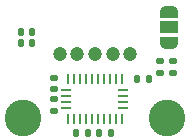
<source format=gts>
G04 #@! TF.GenerationSoftware,KiCad,Pcbnew,8.0.2*
G04 #@! TF.CreationDate,2024-08-14T03:58:17-07:00*
G04 #@! TF.ProjectId,uSlime_BNO085,75536c69-6d65-45f4-924e-4f3038352e6b,rev?*
G04 #@! TF.SameCoordinates,Original*
G04 #@! TF.FileFunction,Soldermask,Top*
G04 #@! TF.FilePolarity,Negative*
%FSLAX46Y46*%
G04 Gerber Fmt 4.6, Leading zero omitted, Abs format (unit mm)*
G04 Created by KiCad (PCBNEW 8.0.2) date 2024-08-14 03:58:17*
%MOMM*%
%LPD*%
G01*
G04 APERTURE LIST*
G04 Aperture macros list*
%AMRoundRect*
0 Rectangle with rounded corners*
0 $1 Rounding radius*
0 $2 $3 $4 $5 $6 $7 $8 $9 X,Y pos of 4 corners*
0 Add a 4 corners polygon primitive as box body*
4,1,4,$2,$3,$4,$5,$6,$7,$8,$9,$2,$3,0*
0 Add four circle primitives for the rounded corners*
1,1,$1+$1,$2,$3*
1,1,$1+$1,$4,$5*
1,1,$1+$1,$6,$7*
1,1,$1+$1,$8,$9*
0 Add four rect primitives between the rounded corners*
20,1,$1+$1,$2,$3,$4,$5,0*
20,1,$1+$1,$4,$5,$6,$7,0*
20,1,$1+$1,$6,$7,$8,$9,0*
20,1,$1+$1,$8,$9,$2,$3,0*%
%AMFreePoly0*
4,1,19,0.550000,-0.750000,0.000000,-0.750000,0.000000,-0.744911,-0.071157,-0.744911,-0.207708,-0.704816,-0.327430,-0.627875,-0.420627,-0.520320,-0.479746,-0.390866,-0.500000,-0.250000,-0.500000,0.250000,-0.479746,0.390866,-0.420627,0.520320,-0.327430,0.627875,-0.207708,0.704816,-0.071157,0.744911,0.000000,0.744911,0.000000,0.750000,0.550000,0.750000,0.550000,-0.750000,0.550000,-0.750000,
$1*%
%AMFreePoly1*
4,1,19,0.000000,0.744911,0.071157,0.744911,0.207708,0.704816,0.327430,0.627875,0.420627,0.520320,0.479746,0.390866,0.500000,0.250000,0.500000,-0.250000,0.479746,-0.390866,0.420627,-0.520320,0.327430,-0.627875,0.207708,-0.704816,0.071157,-0.744911,0.000000,-0.744911,0.000000,-0.750000,-0.550000,-0.750000,-0.550000,0.750000,0.000000,0.750000,0.000000,0.744911,0.000000,0.744911,
$1*%
G04 Aperture macros list end*
%ADD10RoundRect,0.140000X0.170000X-0.140000X0.170000X0.140000X-0.170000X0.140000X-0.170000X-0.140000X0*%
%ADD11RoundRect,0.140000X-0.140000X-0.170000X0.140000X-0.170000X0.140000X0.170000X-0.140000X0.170000X0*%
%ADD12RoundRect,0.135000X-0.135000X-0.185000X0.135000X-0.185000X0.135000X0.185000X-0.135000X0.185000X0*%
%ADD13C,3.100000*%
%ADD14RoundRect,0.140000X0.140000X0.170000X-0.140000X0.170000X-0.140000X-0.170000X0.140000X-0.170000X0*%
%ADD15FreePoly0,90.000000*%
%ADD16R,1.500000X1.000000*%
%ADD17FreePoly1,90.000000*%
%ADD18RoundRect,0.135000X-0.185000X0.135000X-0.185000X-0.135000X0.185000X-0.135000X0.185000X0.135000X0*%
%ADD19RoundRect,0.135000X0.185000X-0.135000X0.185000X0.135000X-0.185000X0.135000X-0.185000X-0.135000X0*%
%ADD20C,1.200000*%
%ADD21R,0.250000X0.914400*%
%ADD22R,0.812800X0.250000*%
%ADD23RoundRect,0.135000X0.135000X0.185000X-0.135000X0.185000X-0.135000X-0.185000X0.135000X-0.185000X0*%
G04 APERTURE END LIST*
D10*
X105500000Y-97430000D03*
X105500000Y-96470000D03*
D11*
X102720000Y-92600000D03*
X103680000Y-92600000D03*
D12*
X109340000Y-101150000D03*
X110360000Y-101150000D03*
D13*
X115100000Y-99900000D03*
D14*
X108380000Y-101150000D03*
X107420000Y-101150000D03*
D15*
X115307500Y-93500000D03*
D16*
X115307500Y-92200000D03*
D17*
X115307500Y-90900000D03*
D18*
X115600000Y-95090000D03*
X115600000Y-96110000D03*
D19*
X114550000Y-96110000D03*
X114550000Y-95090000D03*
D20*
X112005000Y-94500000D03*
X110505000Y-94500000D03*
X109005000Y-94500000D03*
X107505000Y-94500000D03*
X106005000Y-94500000D03*
D11*
X102720000Y-93550000D03*
X103680000Y-93550000D03*
D21*
X106753280Y-96622660D03*
D22*
X106562280Y-97549990D03*
X106562280Y-98053060D03*
X106562280Y-98553060D03*
X106562280Y-99053050D03*
D21*
X106753280Y-99975460D03*
X107253280Y-99975460D03*
X107753280Y-99975460D03*
X108253280Y-99975460D03*
X108753280Y-99975460D03*
X109253280Y-99975460D03*
X109753280Y-99975460D03*
X110253280Y-99975460D03*
X110753280Y-99975460D03*
X111261280Y-99975460D03*
D22*
X111388280Y-99053060D03*
X111388280Y-98553060D03*
X111388280Y-98053060D03*
X111388280Y-97549990D03*
D21*
X111261280Y-96622660D03*
X110753280Y-96622660D03*
X110253280Y-96622660D03*
X109753280Y-96622660D03*
X109253280Y-96622660D03*
X108753280Y-96622660D03*
X108253280Y-96622660D03*
X107753280Y-96622660D03*
X107253280Y-96622660D03*
D23*
X113560000Y-96550000D03*
X112540000Y-96550000D03*
D18*
X105500000Y-98290000D03*
X105500000Y-99310000D03*
D13*
X102900000Y-99900000D03*
M02*

</source>
